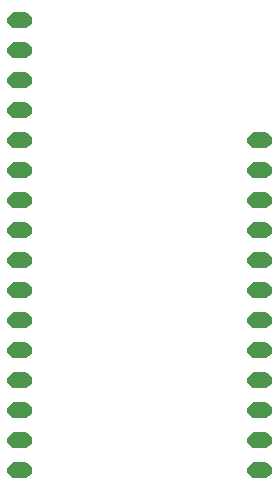
<source format=gbr>
G04 #@! TF.GenerationSoftware,KiCad,Pcbnew,(5.1.5-0-10_14)*
G04 #@! TF.CreationDate,2021-06-02T09:42:11-04:00*
G04 #@! TF.ProjectId,ESLO_RB2_DataDump,45534c4f-5f52-4423-925f-446174614475,rev?*
G04 #@! TF.SameCoordinates,Original*
G04 #@! TF.FileFunction,Soldermask,Bot*
G04 #@! TF.FilePolarity,Negative*
%FSLAX46Y46*%
G04 Gerber Fmt 4.6, Leading zero omitted, Abs format (unit mm)*
G04 Created by KiCad (PCBNEW (5.1.5-0-10_14)) date 2021-06-02 09:42:11*
%MOMM*%
%LPD*%
G04 APERTURE LIST*
%ADD10C,0.100000*%
G04 APERTURE END LIST*
D10*
G36*
X141183855Y-117632140D02*
G01*
X141247618Y-117638420D01*
X141338404Y-117665960D01*
X141370336Y-117675646D01*
X141483425Y-117736094D01*
X141582554Y-117817446D01*
X141663906Y-117916575D01*
X141724354Y-118029664D01*
X141724355Y-118029668D01*
X141761580Y-118152382D01*
X141774149Y-118280000D01*
X141761580Y-118407618D01*
X141734040Y-118498404D01*
X141724354Y-118530336D01*
X141663906Y-118643425D01*
X141582554Y-118742554D01*
X141483425Y-118823906D01*
X141370336Y-118884354D01*
X141338404Y-118894040D01*
X141247618Y-118921580D01*
X141183855Y-118927860D01*
X141151974Y-118931000D01*
X140288026Y-118931000D01*
X140256145Y-118927860D01*
X140192382Y-118921580D01*
X140101596Y-118894040D01*
X140069664Y-118884354D01*
X139956575Y-118823906D01*
X139857446Y-118742554D01*
X139776094Y-118643425D01*
X139715646Y-118530336D01*
X139705960Y-118498404D01*
X139678420Y-118407618D01*
X139665851Y-118280000D01*
X139678420Y-118152382D01*
X139715645Y-118029668D01*
X139715646Y-118029664D01*
X139776094Y-117916575D01*
X139857446Y-117817446D01*
X139956575Y-117736094D01*
X140069664Y-117675646D01*
X140101596Y-117665960D01*
X140192382Y-117638420D01*
X140256145Y-117632140D01*
X140288026Y-117629000D01*
X141151974Y-117629000D01*
X141183855Y-117632140D01*
G37*
G36*
X120863855Y-117632140D02*
G01*
X120927618Y-117638420D01*
X121018404Y-117665960D01*
X121050336Y-117675646D01*
X121163425Y-117736094D01*
X121262554Y-117817446D01*
X121343906Y-117916575D01*
X121404354Y-118029664D01*
X121404355Y-118029668D01*
X121441580Y-118152382D01*
X121454149Y-118280000D01*
X121441580Y-118407618D01*
X121414040Y-118498404D01*
X121404354Y-118530336D01*
X121343906Y-118643425D01*
X121262554Y-118742554D01*
X121163425Y-118823906D01*
X121050336Y-118884354D01*
X121018404Y-118894040D01*
X120927618Y-118921580D01*
X120863855Y-118927860D01*
X120831974Y-118931000D01*
X119968026Y-118931000D01*
X119936145Y-118927860D01*
X119872382Y-118921580D01*
X119781596Y-118894040D01*
X119749664Y-118884354D01*
X119636575Y-118823906D01*
X119537446Y-118742554D01*
X119456094Y-118643425D01*
X119395646Y-118530336D01*
X119385960Y-118498404D01*
X119358420Y-118407618D01*
X119345851Y-118280000D01*
X119358420Y-118152382D01*
X119395645Y-118029668D01*
X119395646Y-118029664D01*
X119456094Y-117916575D01*
X119537446Y-117817446D01*
X119636575Y-117736094D01*
X119749664Y-117675646D01*
X119781596Y-117665960D01*
X119872382Y-117638420D01*
X119936145Y-117632140D01*
X119968026Y-117629000D01*
X120831974Y-117629000D01*
X120863855Y-117632140D01*
G37*
G36*
X120863855Y-115092140D02*
G01*
X120927618Y-115098420D01*
X121018404Y-115125960D01*
X121050336Y-115135646D01*
X121163425Y-115196094D01*
X121262554Y-115277446D01*
X121343906Y-115376575D01*
X121404354Y-115489664D01*
X121404355Y-115489668D01*
X121441580Y-115612382D01*
X121454149Y-115740000D01*
X121441580Y-115867618D01*
X121414040Y-115958404D01*
X121404354Y-115990336D01*
X121343906Y-116103425D01*
X121262554Y-116202554D01*
X121163425Y-116283906D01*
X121050336Y-116344354D01*
X121018404Y-116354040D01*
X120927618Y-116381580D01*
X120863855Y-116387860D01*
X120831974Y-116391000D01*
X119968026Y-116391000D01*
X119936145Y-116387860D01*
X119872382Y-116381580D01*
X119781596Y-116354040D01*
X119749664Y-116344354D01*
X119636575Y-116283906D01*
X119537446Y-116202554D01*
X119456094Y-116103425D01*
X119395646Y-115990336D01*
X119385960Y-115958404D01*
X119358420Y-115867618D01*
X119345851Y-115740000D01*
X119358420Y-115612382D01*
X119395645Y-115489668D01*
X119395646Y-115489664D01*
X119456094Y-115376575D01*
X119537446Y-115277446D01*
X119636575Y-115196094D01*
X119749664Y-115135646D01*
X119781596Y-115125960D01*
X119872382Y-115098420D01*
X119936145Y-115092140D01*
X119968026Y-115089000D01*
X120831974Y-115089000D01*
X120863855Y-115092140D01*
G37*
G36*
X141183855Y-115092140D02*
G01*
X141247618Y-115098420D01*
X141338404Y-115125960D01*
X141370336Y-115135646D01*
X141483425Y-115196094D01*
X141582554Y-115277446D01*
X141663906Y-115376575D01*
X141724354Y-115489664D01*
X141724355Y-115489668D01*
X141761580Y-115612382D01*
X141774149Y-115740000D01*
X141761580Y-115867618D01*
X141734040Y-115958404D01*
X141724354Y-115990336D01*
X141663906Y-116103425D01*
X141582554Y-116202554D01*
X141483425Y-116283906D01*
X141370336Y-116344354D01*
X141338404Y-116354040D01*
X141247618Y-116381580D01*
X141183855Y-116387860D01*
X141151974Y-116391000D01*
X140288026Y-116391000D01*
X140256145Y-116387860D01*
X140192382Y-116381580D01*
X140101596Y-116354040D01*
X140069664Y-116344354D01*
X139956575Y-116283906D01*
X139857446Y-116202554D01*
X139776094Y-116103425D01*
X139715646Y-115990336D01*
X139705960Y-115958404D01*
X139678420Y-115867618D01*
X139665851Y-115740000D01*
X139678420Y-115612382D01*
X139715645Y-115489668D01*
X139715646Y-115489664D01*
X139776094Y-115376575D01*
X139857446Y-115277446D01*
X139956575Y-115196094D01*
X140069664Y-115135646D01*
X140101596Y-115125960D01*
X140192382Y-115098420D01*
X140256145Y-115092140D01*
X140288026Y-115089000D01*
X141151974Y-115089000D01*
X141183855Y-115092140D01*
G37*
G36*
X141183855Y-112552140D02*
G01*
X141247618Y-112558420D01*
X141338404Y-112585960D01*
X141370336Y-112595646D01*
X141483425Y-112656094D01*
X141582554Y-112737446D01*
X141663906Y-112836575D01*
X141724354Y-112949664D01*
X141724355Y-112949668D01*
X141761580Y-113072382D01*
X141774149Y-113200000D01*
X141761580Y-113327618D01*
X141734040Y-113418404D01*
X141724354Y-113450336D01*
X141663906Y-113563425D01*
X141582554Y-113662554D01*
X141483425Y-113743906D01*
X141370336Y-113804354D01*
X141338404Y-113814040D01*
X141247618Y-113841580D01*
X141183855Y-113847860D01*
X141151974Y-113851000D01*
X140288026Y-113851000D01*
X140256145Y-113847860D01*
X140192382Y-113841580D01*
X140101596Y-113814040D01*
X140069664Y-113804354D01*
X139956575Y-113743906D01*
X139857446Y-113662554D01*
X139776094Y-113563425D01*
X139715646Y-113450336D01*
X139705960Y-113418404D01*
X139678420Y-113327618D01*
X139665851Y-113200000D01*
X139678420Y-113072382D01*
X139715645Y-112949668D01*
X139715646Y-112949664D01*
X139776094Y-112836575D01*
X139857446Y-112737446D01*
X139956575Y-112656094D01*
X140069664Y-112595646D01*
X140101596Y-112585960D01*
X140192382Y-112558420D01*
X140256145Y-112552140D01*
X140288026Y-112549000D01*
X141151974Y-112549000D01*
X141183855Y-112552140D01*
G37*
G36*
X120863855Y-112552140D02*
G01*
X120927618Y-112558420D01*
X121018404Y-112585960D01*
X121050336Y-112595646D01*
X121163425Y-112656094D01*
X121262554Y-112737446D01*
X121343906Y-112836575D01*
X121404354Y-112949664D01*
X121404355Y-112949668D01*
X121441580Y-113072382D01*
X121454149Y-113200000D01*
X121441580Y-113327618D01*
X121414040Y-113418404D01*
X121404354Y-113450336D01*
X121343906Y-113563425D01*
X121262554Y-113662554D01*
X121163425Y-113743906D01*
X121050336Y-113804354D01*
X121018404Y-113814040D01*
X120927618Y-113841580D01*
X120863855Y-113847860D01*
X120831974Y-113851000D01*
X119968026Y-113851000D01*
X119936145Y-113847860D01*
X119872382Y-113841580D01*
X119781596Y-113814040D01*
X119749664Y-113804354D01*
X119636575Y-113743906D01*
X119537446Y-113662554D01*
X119456094Y-113563425D01*
X119395646Y-113450336D01*
X119385960Y-113418404D01*
X119358420Y-113327618D01*
X119345851Y-113200000D01*
X119358420Y-113072382D01*
X119395645Y-112949668D01*
X119395646Y-112949664D01*
X119456094Y-112836575D01*
X119537446Y-112737446D01*
X119636575Y-112656094D01*
X119749664Y-112595646D01*
X119781596Y-112585960D01*
X119872382Y-112558420D01*
X119936145Y-112552140D01*
X119968026Y-112549000D01*
X120831974Y-112549000D01*
X120863855Y-112552140D01*
G37*
G36*
X141183855Y-110012140D02*
G01*
X141247618Y-110018420D01*
X141338404Y-110045960D01*
X141370336Y-110055646D01*
X141483425Y-110116094D01*
X141582554Y-110197446D01*
X141663906Y-110296575D01*
X141724354Y-110409664D01*
X141724355Y-110409668D01*
X141761580Y-110532382D01*
X141774149Y-110660000D01*
X141761580Y-110787618D01*
X141734040Y-110878404D01*
X141724354Y-110910336D01*
X141663906Y-111023425D01*
X141582554Y-111122554D01*
X141483425Y-111203906D01*
X141370336Y-111264354D01*
X141338404Y-111274040D01*
X141247618Y-111301580D01*
X141183855Y-111307860D01*
X141151974Y-111311000D01*
X140288026Y-111311000D01*
X140256145Y-111307860D01*
X140192382Y-111301580D01*
X140101596Y-111274040D01*
X140069664Y-111264354D01*
X139956575Y-111203906D01*
X139857446Y-111122554D01*
X139776094Y-111023425D01*
X139715646Y-110910336D01*
X139705960Y-110878404D01*
X139678420Y-110787618D01*
X139665851Y-110660000D01*
X139678420Y-110532382D01*
X139715645Y-110409668D01*
X139715646Y-110409664D01*
X139776094Y-110296575D01*
X139857446Y-110197446D01*
X139956575Y-110116094D01*
X140069664Y-110055646D01*
X140101596Y-110045960D01*
X140192382Y-110018420D01*
X140256145Y-110012140D01*
X140288026Y-110009000D01*
X141151974Y-110009000D01*
X141183855Y-110012140D01*
G37*
G36*
X120863855Y-110012140D02*
G01*
X120927618Y-110018420D01*
X121018404Y-110045960D01*
X121050336Y-110055646D01*
X121163425Y-110116094D01*
X121262554Y-110197446D01*
X121343906Y-110296575D01*
X121404354Y-110409664D01*
X121404355Y-110409668D01*
X121441580Y-110532382D01*
X121454149Y-110660000D01*
X121441580Y-110787618D01*
X121414040Y-110878404D01*
X121404354Y-110910336D01*
X121343906Y-111023425D01*
X121262554Y-111122554D01*
X121163425Y-111203906D01*
X121050336Y-111264354D01*
X121018404Y-111274040D01*
X120927618Y-111301580D01*
X120863855Y-111307860D01*
X120831974Y-111311000D01*
X119968026Y-111311000D01*
X119936145Y-111307860D01*
X119872382Y-111301580D01*
X119781596Y-111274040D01*
X119749664Y-111264354D01*
X119636575Y-111203906D01*
X119537446Y-111122554D01*
X119456094Y-111023425D01*
X119395646Y-110910336D01*
X119385960Y-110878404D01*
X119358420Y-110787618D01*
X119345851Y-110660000D01*
X119358420Y-110532382D01*
X119395645Y-110409668D01*
X119395646Y-110409664D01*
X119456094Y-110296575D01*
X119537446Y-110197446D01*
X119636575Y-110116094D01*
X119749664Y-110055646D01*
X119781596Y-110045960D01*
X119872382Y-110018420D01*
X119936145Y-110012140D01*
X119968026Y-110009000D01*
X120831974Y-110009000D01*
X120863855Y-110012140D01*
G37*
G36*
X120863855Y-107472140D02*
G01*
X120927618Y-107478420D01*
X121018404Y-107505960D01*
X121050336Y-107515646D01*
X121163425Y-107576094D01*
X121262554Y-107657446D01*
X121343906Y-107756575D01*
X121404354Y-107869664D01*
X121404355Y-107869668D01*
X121441580Y-107992382D01*
X121454149Y-108120000D01*
X121441580Y-108247618D01*
X121414040Y-108338404D01*
X121404354Y-108370336D01*
X121343906Y-108483425D01*
X121262554Y-108582554D01*
X121163425Y-108663906D01*
X121050336Y-108724354D01*
X121018404Y-108734040D01*
X120927618Y-108761580D01*
X120863855Y-108767860D01*
X120831974Y-108771000D01*
X119968026Y-108771000D01*
X119936145Y-108767860D01*
X119872382Y-108761580D01*
X119781596Y-108734040D01*
X119749664Y-108724354D01*
X119636575Y-108663906D01*
X119537446Y-108582554D01*
X119456094Y-108483425D01*
X119395646Y-108370336D01*
X119385960Y-108338404D01*
X119358420Y-108247618D01*
X119345851Y-108120000D01*
X119358420Y-107992382D01*
X119395645Y-107869668D01*
X119395646Y-107869664D01*
X119456094Y-107756575D01*
X119537446Y-107657446D01*
X119636575Y-107576094D01*
X119749664Y-107515646D01*
X119781596Y-107505960D01*
X119872382Y-107478420D01*
X119936145Y-107472140D01*
X119968026Y-107469000D01*
X120831974Y-107469000D01*
X120863855Y-107472140D01*
G37*
G36*
X141183855Y-107472140D02*
G01*
X141247618Y-107478420D01*
X141338404Y-107505960D01*
X141370336Y-107515646D01*
X141483425Y-107576094D01*
X141582554Y-107657446D01*
X141663906Y-107756575D01*
X141724354Y-107869664D01*
X141724355Y-107869668D01*
X141761580Y-107992382D01*
X141774149Y-108120000D01*
X141761580Y-108247618D01*
X141734040Y-108338404D01*
X141724354Y-108370336D01*
X141663906Y-108483425D01*
X141582554Y-108582554D01*
X141483425Y-108663906D01*
X141370336Y-108724354D01*
X141338404Y-108734040D01*
X141247618Y-108761580D01*
X141183855Y-108767860D01*
X141151974Y-108771000D01*
X140288026Y-108771000D01*
X140256145Y-108767860D01*
X140192382Y-108761580D01*
X140101596Y-108734040D01*
X140069664Y-108724354D01*
X139956575Y-108663906D01*
X139857446Y-108582554D01*
X139776094Y-108483425D01*
X139715646Y-108370336D01*
X139705960Y-108338404D01*
X139678420Y-108247618D01*
X139665851Y-108120000D01*
X139678420Y-107992382D01*
X139715645Y-107869668D01*
X139715646Y-107869664D01*
X139776094Y-107756575D01*
X139857446Y-107657446D01*
X139956575Y-107576094D01*
X140069664Y-107515646D01*
X140101596Y-107505960D01*
X140192382Y-107478420D01*
X140256145Y-107472140D01*
X140288026Y-107469000D01*
X141151974Y-107469000D01*
X141183855Y-107472140D01*
G37*
G36*
X141183855Y-104932140D02*
G01*
X141247618Y-104938420D01*
X141338404Y-104965960D01*
X141370336Y-104975646D01*
X141483425Y-105036094D01*
X141582554Y-105117446D01*
X141663906Y-105216575D01*
X141724354Y-105329664D01*
X141724355Y-105329668D01*
X141761580Y-105452382D01*
X141774149Y-105580000D01*
X141761580Y-105707618D01*
X141734040Y-105798404D01*
X141724354Y-105830336D01*
X141663906Y-105943425D01*
X141582554Y-106042554D01*
X141483425Y-106123906D01*
X141370336Y-106184354D01*
X141338404Y-106194040D01*
X141247618Y-106221580D01*
X141183855Y-106227860D01*
X141151974Y-106231000D01*
X140288026Y-106231000D01*
X140256145Y-106227860D01*
X140192382Y-106221580D01*
X140101596Y-106194040D01*
X140069664Y-106184354D01*
X139956575Y-106123906D01*
X139857446Y-106042554D01*
X139776094Y-105943425D01*
X139715646Y-105830336D01*
X139705960Y-105798404D01*
X139678420Y-105707618D01*
X139665851Y-105580000D01*
X139678420Y-105452382D01*
X139715645Y-105329668D01*
X139715646Y-105329664D01*
X139776094Y-105216575D01*
X139857446Y-105117446D01*
X139956575Y-105036094D01*
X140069664Y-104975646D01*
X140101596Y-104965960D01*
X140192382Y-104938420D01*
X140256145Y-104932140D01*
X140288026Y-104929000D01*
X141151974Y-104929000D01*
X141183855Y-104932140D01*
G37*
G36*
X120863855Y-104932140D02*
G01*
X120927618Y-104938420D01*
X121018404Y-104965960D01*
X121050336Y-104975646D01*
X121163425Y-105036094D01*
X121262554Y-105117446D01*
X121343906Y-105216575D01*
X121404354Y-105329664D01*
X121404355Y-105329668D01*
X121441580Y-105452382D01*
X121454149Y-105580000D01*
X121441580Y-105707618D01*
X121414040Y-105798404D01*
X121404354Y-105830336D01*
X121343906Y-105943425D01*
X121262554Y-106042554D01*
X121163425Y-106123906D01*
X121050336Y-106184354D01*
X121018404Y-106194040D01*
X120927618Y-106221580D01*
X120863855Y-106227860D01*
X120831974Y-106231000D01*
X119968026Y-106231000D01*
X119936145Y-106227860D01*
X119872382Y-106221580D01*
X119781596Y-106194040D01*
X119749664Y-106184354D01*
X119636575Y-106123906D01*
X119537446Y-106042554D01*
X119456094Y-105943425D01*
X119395646Y-105830336D01*
X119385960Y-105798404D01*
X119358420Y-105707618D01*
X119345851Y-105580000D01*
X119358420Y-105452382D01*
X119395645Y-105329668D01*
X119395646Y-105329664D01*
X119456094Y-105216575D01*
X119537446Y-105117446D01*
X119636575Y-105036094D01*
X119749664Y-104975646D01*
X119781596Y-104965960D01*
X119872382Y-104938420D01*
X119936145Y-104932140D01*
X119968026Y-104929000D01*
X120831974Y-104929000D01*
X120863855Y-104932140D01*
G37*
G36*
X141183855Y-102392140D02*
G01*
X141247618Y-102398420D01*
X141338404Y-102425960D01*
X141370336Y-102435646D01*
X141483425Y-102496094D01*
X141582554Y-102577446D01*
X141663906Y-102676575D01*
X141724354Y-102789664D01*
X141724355Y-102789668D01*
X141761580Y-102912382D01*
X141774149Y-103040000D01*
X141761580Y-103167618D01*
X141734040Y-103258404D01*
X141724354Y-103290336D01*
X141663906Y-103403425D01*
X141582554Y-103502554D01*
X141483425Y-103583906D01*
X141370336Y-103644354D01*
X141338404Y-103654040D01*
X141247618Y-103681580D01*
X141183855Y-103687860D01*
X141151974Y-103691000D01*
X140288026Y-103691000D01*
X140256145Y-103687860D01*
X140192382Y-103681580D01*
X140101596Y-103654040D01*
X140069664Y-103644354D01*
X139956575Y-103583906D01*
X139857446Y-103502554D01*
X139776094Y-103403425D01*
X139715646Y-103290336D01*
X139705960Y-103258404D01*
X139678420Y-103167618D01*
X139665851Y-103040000D01*
X139678420Y-102912382D01*
X139715645Y-102789668D01*
X139715646Y-102789664D01*
X139776094Y-102676575D01*
X139857446Y-102577446D01*
X139956575Y-102496094D01*
X140069664Y-102435646D01*
X140101596Y-102425960D01*
X140192382Y-102398420D01*
X140256145Y-102392140D01*
X140288026Y-102389000D01*
X141151974Y-102389000D01*
X141183855Y-102392140D01*
G37*
G36*
X120863855Y-102392140D02*
G01*
X120927618Y-102398420D01*
X121018404Y-102425960D01*
X121050336Y-102435646D01*
X121163425Y-102496094D01*
X121262554Y-102577446D01*
X121343906Y-102676575D01*
X121404354Y-102789664D01*
X121404355Y-102789668D01*
X121441580Y-102912382D01*
X121454149Y-103040000D01*
X121441580Y-103167618D01*
X121414040Y-103258404D01*
X121404354Y-103290336D01*
X121343906Y-103403425D01*
X121262554Y-103502554D01*
X121163425Y-103583906D01*
X121050336Y-103644354D01*
X121018404Y-103654040D01*
X120927618Y-103681580D01*
X120863855Y-103687860D01*
X120831974Y-103691000D01*
X119968026Y-103691000D01*
X119936145Y-103687860D01*
X119872382Y-103681580D01*
X119781596Y-103654040D01*
X119749664Y-103644354D01*
X119636575Y-103583906D01*
X119537446Y-103502554D01*
X119456094Y-103403425D01*
X119395646Y-103290336D01*
X119385960Y-103258404D01*
X119358420Y-103167618D01*
X119345851Y-103040000D01*
X119358420Y-102912382D01*
X119395645Y-102789668D01*
X119395646Y-102789664D01*
X119456094Y-102676575D01*
X119537446Y-102577446D01*
X119636575Y-102496094D01*
X119749664Y-102435646D01*
X119781596Y-102425960D01*
X119872382Y-102398420D01*
X119936145Y-102392140D01*
X119968026Y-102389000D01*
X120831974Y-102389000D01*
X120863855Y-102392140D01*
G37*
G36*
X141183855Y-99852140D02*
G01*
X141247618Y-99858420D01*
X141338404Y-99885960D01*
X141370336Y-99895646D01*
X141483425Y-99956094D01*
X141582554Y-100037446D01*
X141663906Y-100136575D01*
X141724354Y-100249664D01*
X141724355Y-100249668D01*
X141761580Y-100372382D01*
X141774149Y-100500000D01*
X141761580Y-100627618D01*
X141734040Y-100718404D01*
X141724354Y-100750336D01*
X141663906Y-100863425D01*
X141582554Y-100962554D01*
X141483425Y-101043906D01*
X141370336Y-101104354D01*
X141338404Y-101114040D01*
X141247618Y-101141580D01*
X141183855Y-101147860D01*
X141151974Y-101151000D01*
X140288026Y-101151000D01*
X140256145Y-101147860D01*
X140192382Y-101141580D01*
X140101596Y-101114040D01*
X140069664Y-101104354D01*
X139956575Y-101043906D01*
X139857446Y-100962554D01*
X139776094Y-100863425D01*
X139715646Y-100750336D01*
X139705960Y-100718404D01*
X139678420Y-100627618D01*
X139665851Y-100500000D01*
X139678420Y-100372382D01*
X139715645Y-100249668D01*
X139715646Y-100249664D01*
X139776094Y-100136575D01*
X139857446Y-100037446D01*
X139956575Y-99956094D01*
X140069664Y-99895646D01*
X140101596Y-99885960D01*
X140192382Y-99858420D01*
X140256145Y-99852140D01*
X140288026Y-99849000D01*
X141151974Y-99849000D01*
X141183855Y-99852140D01*
G37*
G36*
X120863855Y-99852140D02*
G01*
X120927618Y-99858420D01*
X121018404Y-99885960D01*
X121050336Y-99895646D01*
X121163425Y-99956094D01*
X121262554Y-100037446D01*
X121343906Y-100136575D01*
X121404354Y-100249664D01*
X121404355Y-100249668D01*
X121441580Y-100372382D01*
X121454149Y-100500000D01*
X121441580Y-100627618D01*
X121414040Y-100718404D01*
X121404354Y-100750336D01*
X121343906Y-100863425D01*
X121262554Y-100962554D01*
X121163425Y-101043906D01*
X121050336Y-101104354D01*
X121018404Y-101114040D01*
X120927618Y-101141580D01*
X120863855Y-101147860D01*
X120831974Y-101151000D01*
X119968026Y-101151000D01*
X119936145Y-101147860D01*
X119872382Y-101141580D01*
X119781596Y-101114040D01*
X119749664Y-101104354D01*
X119636575Y-101043906D01*
X119537446Y-100962554D01*
X119456094Y-100863425D01*
X119395646Y-100750336D01*
X119385960Y-100718404D01*
X119358420Y-100627618D01*
X119345851Y-100500000D01*
X119358420Y-100372382D01*
X119395645Y-100249668D01*
X119395646Y-100249664D01*
X119456094Y-100136575D01*
X119537446Y-100037446D01*
X119636575Y-99956094D01*
X119749664Y-99895646D01*
X119781596Y-99885960D01*
X119872382Y-99858420D01*
X119936145Y-99852140D01*
X119968026Y-99849000D01*
X120831974Y-99849000D01*
X120863855Y-99852140D01*
G37*
G36*
X141183855Y-97312140D02*
G01*
X141247618Y-97318420D01*
X141338404Y-97345960D01*
X141370336Y-97355646D01*
X141483425Y-97416094D01*
X141582554Y-97497446D01*
X141663906Y-97596575D01*
X141724354Y-97709664D01*
X141724355Y-97709668D01*
X141761580Y-97832382D01*
X141774149Y-97960000D01*
X141761580Y-98087618D01*
X141734040Y-98178404D01*
X141724354Y-98210336D01*
X141663906Y-98323425D01*
X141582554Y-98422554D01*
X141483425Y-98503906D01*
X141370336Y-98564354D01*
X141338404Y-98574040D01*
X141247618Y-98601580D01*
X141183855Y-98607860D01*
X141151974Y-98611000D01*
X140288026Y-98611000D01*
X140256145Y-98607860D01*
X140192382Y-98601580D01*
X140101596Y-98574040D01*
X140069664Y-98564354D01*
X139956575Y-98503906D01*
X139857446Y-98422554D01*
X139776094Y-98323425D01*
X139715646Y-98210336D01*
X139705960Y-98178404D01*
X139678420Y-98087618D01*
X139665851Y-97960000D01*
X139678420Y-97832382D01*
X139715645Y-97709668D01*
X139715646Y-97709664D01*
X139776094Y-97596575D01*
X139857446Y-97497446D01*
X139956575Y-97416094D01*
X140069664Y-97355646D01*
X140101596Y-97345960D01*
X140192382Y-97318420D01*
X140256145Y-97312140D01*
X140288026Y-97309000D01*
X141151974Y-97309000D01*
X141183855Y-97312140D01*
G37*
G36*
X120863855Y-97312140D02*
G01*
X120927618Y-97318420D01*
X121018404Y-97345960D01*
X121050336Y-97355646D01*
X121163425Y-97416094D01*
X121262554Y-97497446D01*
X121343906Y-97596575D01*
X121404354Y-97709664D01*
X121404355Y-97709668D01*
X121441580Y-97832382D01*
X121454149Y-97960000D01*
X121441580Y-98087618D01*
X121414040Y-98178404D01*
X121404354Y-98210336D01*
X121343906Y-98323425D01*
X121262554Y-98422554D01*
X121163425Y-98503906D01*
X121050336Y-98564354D01*
X121018404Y-98574040D01*
X120927618Y-98601580D01*
X120863855Y-98607860D01*
X120831974Y-98611000D01*
X119968026Y-98611000D01*
X119936145Y-98607860D01*
X119872382Y-98601580D01*
X119781596Y-98574040D01*
X119749664Y-98564354D01*
X119636575Y-98503906D01*
X119537446Y-98422554D01*
X119456094Y-98323425D01*
X119395646Y-98210336D01*
X119385960Y-98178404D01*
X119358420Y-98087618D01*
X119345851Y-97960000D01*
X119358420Y-97832382D01*
X119395645Y-97709668D01*
X119395646Y-97709664D01*
X119456094Y-97596575D01*
X119537446Y-97497446D01*
X119636575Y-97416094D01*
X119749664Y-97355646D01*
X119781596Y-97345960D01*
X119872382Y-97318420D01*
X119936145Y-97312140D01*
X119968026Y-97309000D01*
X120831974Y-97309000D01*
X120863855Y-97312140D01*
G37*
G36*
X120863855Y-94772140D02*
G01*
X120927618Y-94778420D01*
X121018404Y-94805960D01*
X121050336Y-94815646D01*
X121163425Y-94876094D01*
X121262554Y-94957446D01*
X121343906Y-95056575D01*
X121404354Y-95169664D01*
X121404355Y-95169668D01*
X121441580Y-95292382D01*
X121454149Y-95420000D01*
X121441580Y-95547618D01*
X121414040Y-95638404D01*
X121404354Y-95670336D01*
X121343906Y-95783425D01*
X121262554Y-95882554D01*
X121163425Y-95963906D01*
X121050336Y-96024354D01*
X121018404Y-96034040D01*
X120927618Y-96061580D01*
X120863855Y-96067860D01*
X120831974Y-96071000D01*
X119968026Y-96071000D01*
X119936145Y-96067860D01*
X119872382Y-96061580D01*
X119781596Y-96034040D01*
X119749664Y-96024354D01*
X119636575Y-95963906D01*
X119537446Y-95882554D01*
X119456094Y-95783425D01*
X119395646Y-95670336D01*
X119385960Y-95638404D01*
X119358420Y-95547618D01*
X119345851Y-95420000D01*
X119358420Y-95292382D01*
X119395645Y-95169668D01*
X119395646Y-95169664D01*
X119456094Y-95056575D01*
X119537446Y-94957446D01*
X119636575Y-94876094D01*
X119749664Y-94815646D01*
X119781596Y-94805960D01*
X119872382Y-94778420D01*
X119936145Y-94772140D01*
X119968026Y-94769000D01*
X120831974Y-94769000D01*
X120863855Y-94772140D01*
G37*
G36*
X141183855Y-94772140D02*
G01*
X141247618Y-94778420D01*
X141338404Y-94805960D01*
X141370336Y-94815646D01*
X141483425Y-94876094D01*
X141582554Y-94957446D01*
X141663906Y-95056575D01*
X141724354Y-95169664D01*
X141724355Y-95169668D01*
X141761580Y-95292382D01*
X141774149Y-95420000D01*
X141761580Y-95547618D01*
X141734040Y-95638404D01*
X141724354Y-95670336D01*
X141663906Y-95783425D01*
X141582554Y-95882554D01*
X141483425Y-95963906D01*
X141370336Y-96024354D01*
X141338404Y-96034040D01*
X141247618Y-96061580D01*
X141183855Y-96067860D01*
X141151974Y-96071000D01*
X140288026Y-96071000D01*
X140256145Y-96067860D01*
X140192382Y-96061580D01*
X140101596Y-96034040D01*
X140069664Y-96024354D01*
X139956575Y-95963906D01*
X139857446Y-95882554D01*
X139776094Y-95783425D01*
X139715646Y-95670336D01*
X139705960Y-95638404D01*
X139678420Y-95547618D01*
X139665851Y-95420000D01*
X139678420Y-95292382D01*
X139715645Y-95169668D01*
X139715646Y-95169664D01*
X139776094Y-95056575D01*
X139857446Y-94957446D01*
X139956575Y-94876094D01*
X140069664Y-94815646D01*
X140101596Y-94805960D01*
X140192382Y-94778420D01*
X140256145Y-94772140D01*
X140288026Y-94769000D01*
X141151974Y-94769000D01*
X141183855Y-94772140D01*
G37*
G36*
X120863855Y-92232140D02*
G01*
X120927618Y-92238420D01*
X121018404Y-92265960D01*
X121050336Y-92275646D01*
X121163425Y-92336094D01*
X121262554Y-92417446D01*
X121343906Y-92516575D01*
X121404354Y-92629664D01*
X121404355Y-92629668D01*
X121441580Y-92752382D01*
X121454149Y-92880000D01*
X121441580Y-93007618D01*
X121414040Y-93098404D01*
X121404354Y-93130336D01*
X121343906Y-93243425D01*
X121262554Y-93342554D01*
X121163425Y-93423906D01*
X121050336Y-93484354D01*
X121018404Y-93494040D01*
X120927618Y-93521580D01*
X120863855Y-93527860D01*
X120831974Y-93531000D01*
X119968026Y-93531000D01*
X119936145Y-93527860D01*
X119872382Y-93521580D01*
X119781596Y-93494040D01*
X119749664Y-93484354D01*
X119636575Y-93423906D01*
X119537446Y-93342554D01*
X119456094Y-93243425D01*
X119395646Y-93130336D01*
X119385960Y-93098404D01*
X119358420Y-93007618D01*
X119345851Y-92880000D01*
X119358420Y-92752382D01*
X119395645Y-92629668D01*
X119395646Y-92629664D01*
X119456094Y-92516575D01*
X119537446Y-92417446D01*
X119636575Y-92336094D01*
X119749664Y-92275646D01*
X119781596Y-92265960D01*
X119872382Y-92238420D01*
X119936145Y-92232140D01*
X119968026Y-92229000D01*
X120831974Y-92229000D01*
X120863855Y-92232140D01*
G37*
G36*
X141183855Y-92232140D02*
G01*
X141247618Y-92238420D01*
X141338404Y-92265960D01*
X141370336Y-92275646D01*
X141483425Y-92336094D01*
X141582554Y-92417446D01*
X141663906Y-92516575D01*
X141724354Y-92629664D01*
X141724355Y-92629668D01*
X141761580Y-92752382D01*
X141774149Y-92880000D01*
X141761580Y-93007618D01*
X141734040Y-93098404D01*
X141724354Y-93130336D01*
X141663906Y-93243425D01*
X141582554Y-93342554D01*
X141483425Y-93423906D01*
X141370336Y-93484354D01*
X141338404Y-93494040D01*
X141247618Y-93521580D01*
X141183855Y-93527860D01*
X141151974Y-93531000D01*
X140288026Y-93531000D01*
X140256145Y-93527860D01*
X140192382Y-93521580D01*
X140101596Y-93494040D01*
X140069664Y-93484354D01*
X139956575Y-93423906D01*
X139857446Y-93342554D01*
X139776094Y-93243425D01*
X139715646Y-93130336D01*
X139705960Y-93098404D01*
X139678420Y-93007618D01*
X139665851Y-92880000D01*
X139678420Y-92752382D01*
X139715645Y-92629668D01*
X139715646Y-92629664D01*
X139776094Y-92516575D01*
X139857446Y-92417446D01*
X139956575Y-92336094D01*
X140069664Y-92275646D01*
X140101596Y-92265960D01*
X140192382Y-92238420D01*
X140256145Y-92232140D01*
X140288026Y-92229000D01*
X141151974Y-92229000D01*
X141183855Y-92232140D01*
G37*
G36*
X120863855Y-89692140D02*
G01*
X120927618Y-89698420D01*
X121018404Y-89725960D01*
X121050336Y-89735646D01*
X121163425Y-89796094D01*
X121262554Y-89877446D01*
X121343906Y-89976575D01*
X121404354Y-90089664D01*
X121404355Y-90089668D01*
X121441580Y-90212382D01*
X121454149Y-90340000D01*
X121441580Y-90467618D01*
X121414040Y-90558404D01*
X121404354Y-90590336D01*
X121343906Y-90703425D01*
X121262554Y-90802554D01*
X121163425Y-90883906D01*
X121050336Y-90944354D01*
X121018404Y-90954040D01*
X120927618Y-90981580D01*
X120863855Y-90987860D01*
X120831974Y-90991000D01*
X119968026Y-90991000D01*
X119936145Y-90987860D01*
X119872382Y-90981580D01*
X119781596Y-90954040D01*
X119749664Y-90944354D01*
X119636575Y-90883906D01*
X119537446Y-90802554D01*
X119456094Y-90703425D01*
X119395646Y-90590336D01*
X119385960Y-90558404D01*
X119358420Y-90467618D01*
X119345851Y-90340000D01*
X119358420Y-90212382D01*
X119395645Y-90089668D01*
X119395646Y-90089664D01*
X119456094Y-89976575D01*
X119537446Y-89877446D01*
X119636575Y-89796094D01*
X119749664Y-89735646D01*
X119781596Y-89725960D01*
X119872382Y-89698420D01*
X119936145Y-89692140D01*
X119968026Y-89689000D01*
X120831974Y-89689000D01*
X120863855Y-89692140D01*
G37*
G36*
X141183855Y-89692140D02*
G01*
X141247618Y-89698420D01*
X141338404Y-89725960D01*
X141370336Y-89735646D01*
X141483425Y-89796094D01*
X141582554Y-89877446D01*
X141663906Y-89976575D01*
X141724354Y-90089664D01*
X141724355Y-90089668D01*
X141761580Y-90212382D01*
X141774149Y-90340000D01*
X141761580Y-90467618D01*
X141734040Y-90558404D01*
X141724354Y-90590336D01*
X141663906Y-90703425D01*
X141582554Y-90802554D01*
X141483425Y-90883906D01*
X141370336Y-90944354D01*
X141338404Y-90954040D01*
X141247618Y-90981580D01*
X141183855Y-90987860D01*
X141151974Y-90991000D01*
X140288026Y-90991000D01*
X140256145Y-90987860D01*
X140192382Y-90981580D01*
X140101596Y-90954040D01*
X140069664Y-90944354D01*
X139956575Y-90883906D01*
X139857446Y-90802554D01*
X139776094Y-90703425D01*
X139715646Y-90590336D01*
X139705960Y-90558404D01*
X139678420Y-90467618D01*
X139665851Y-90340000D01*
X139678420Y-90212382D01*
X139715645Y-90089668D01*
X139715646Y-90089664D01*
X139776094Y-89976575D01*
X139857446Y-89877446D01*
X139956575Y-89796094D01*
X140069664Y-89735646D01*
X140101596Y-89725960D01*
X140192382Y-89698420D01*
X140256145Y-89692140D01*
X140288026Y-89689000D01*
X141151974Y-89689000D01*
X141183855Y-89692140D01*
G37*
G36*
X120863855Y-87152140D02*
G01*
X120927618Y-87158420D01*
X121018404Y-87185960D01*
X121050336Y-87195646D01*
X121163425Y-87256094D01*
X121262554Y-87337446D01*
X121343906Y-87436575D01*
X121404354Y-87549664D01*
X121404355Y-87549668D01*
X121441580Y-87672382D01*
X121454149Y-87800000D01*
X121441580Y-87927618D01*
X121414040Y-88018404D01*
X121404354Y-88050336D01*
X121343906Y-88163425D01*
X121262554Y-88262554D01*
X121163425Y-88343906D01*
X121050336Y-88404354D01*
X121018404Y-88414040D01*
X120927618Y-88441580D01*
X120863855Y-88447860D01*
X120831974Y-88451000D01*
X119968026Y-88451000D01*
X119936145Y-88447860D01*
X119872382Y-88441580D01*
X119781596Y-88414040D01*
X119749664Y-88404354D01*
X119636575Y-88343906D01*
X119537446Y-88262554D01*
X119456094Y-88163425D01*
X119395646Y-88050336D01*
X119385960Y-88018404D01*
X119358420Y-87927618D01*
X119345851Y-87800000D01*
X119358420Y-87672382D01*
X119395645Y-87549668D01*
X119395646Y-87549664D01*
X119456094Y-87436575D01*
X119537446Y-87337446D01*
X119636575Y-87256094D01*
X119749664Y-87195646D01*
X119781596Y-87185960D01*
X119872382Y-87158420D01*
X119936145Y-87152140D01*
X119968026Y-87149000D01*
X120831974Y-87149000D01*
X120863855Y-87152140D01*
G37*
G36*
X120863855Y-84612140D02*
G01*
X120927618Y-84618420D01*
X121018404Y-84645960D01*
X121050336Y-84655646D01*
X121163425Y-84716094D01*
X121262554Y-84797446D01*
X121343906Y-84896575D01*
X121404354Y-85009664D01*
X121404355Y-85009668D01*
X121441580Y-85132382D01*
X121454149Y-85260000D01*
X121441580Y-85387618D01*
X121414040Y-85478404D01*
X121404354Y-85510336D01*
X121343906Y-85623425D01*
X121262554Y-85722554D01*
X121163425Y-85803906D01*
X121050336Y-85864354D01*
X121018404Y-85874040D01*
X120927618Y-85901580D01*
X120863855Y-85907860D01*
X120831974Y-85911000D01*
X119968026Y-85911000D01*
X119936145Y-85907860D01*
X119872382Y-85901580D01*
X119781596Y-85874040D01*
X119749664Y-85864354D01*
X119636575Y-85803906D01*
X119537446Y-85722554D01*
X119456094Y-85623425D01*
X119395646Y-85510336D01*
X119385960Y-85478404D01*
X119358420Y-85387618D01*
X119345851Y-85260000D01*
X119358420Y-85132382D01*
X119395645Y-85009668D01*
X119395646Y-85009664D01*
X119456094Y-84896575D01*
X119537446Y-84797446D01*
X119636575Y-84716094D01*
X119749664Y-84655646D01*
X119781596Y-84645960D01*
X119872382Y-84618420D01*
X119936145Y-84612140D01*
X119968026Y-84609000D01*
X120831974Y-84609000D01*
X120863855Y-84612140D01*
G37*
G36*
X120863855Y-82072140D02*
G01*
X120927618Y-82078420D01*
X121018404Y-82105960D01*
X121050336Y-82115646D01*
X121163425Y-82176094D01*
X121262554Y-82257446D01*
X121343906Y-82356575D01*
X121404354Y-82469664D01*
X121404355Y-82469668D01*
X121441580Y-82592382D01*
X121454149Y-82720000D01*
X121441580Y-82847618D01*
X121414040Y-82938404D01*
X121404354Y-82970336D01*
X121343906Y-83083425D01*
X121262554Y-83182554D01*
X121163425Y-83263906D01*
X121050336Y-83324354D01*
X121018404Y-83334040D01*
X120927618Y-83361580D01*
X120863855Y-83367860D01*
X120831974Y-83371000D01*
X119968026Y-83371000D01*
X119936145Y-83367860D01*
X119872382Y-83361580D01*
X119781596Y-83334040D01*
X119749664Y-83324354D01*
X119636575Y-83263906D01*
X119537446Y-83182554D01*
X119456094Y-83083425D01*
X119395646Y-82970336D01*
X119385960Y-82938404D01*
X119358420Y-82847618D01*
X119345851Y-82720000D01*
X119358420Y-82592382D01*
X119395645Y-82469668D01*
X119395646Y-82469664D01*
X119456094Y-82356575D01*
X119537446Y-82257446D01*
X119636575Y-82176094D01*
X119749664Y-82115646D01*
X119781596Y-82105960D01*
X119872382Y-82078420D01*
X119936145Y-82072140D01*
X119968026Y-82069000D01*
X120831974Y-82069000D01*
X120863855Y-82072140D01*
G37*
G36*
X120863855Y-79532140D02*
G01*
X120927618Y-79538420D01*
X121018404Y-79565960D01*
X121050336Y-79575646D01*
X121163425Y-79636094D01*
X121262554Y-79717446D01*
X121343906Y-79816575D01*
X121404354Y-79929664D01*
X121404355Y-79929668D01*
X121441580Y-80052382D01*
X121454149Y-80180000D01*
X121441580Y-80307618D01*
X121414040Y-80398404D01*
X121404354Y-80430336D01*
X121343906Y-80543425D01*
X121262554Y-80642554D01*
X121163425Y-80723906D01*
X121050336Y-80784354D01*
X121018404Y-80794040D01*
X120927618Y-80821580D01*
X120863855Y-80827860D01*
X120831974Y-80831000D01*
X119968026Y-80831000D01*
X119936145Y-80827860D01*
X119872382Y-80821580D01*
X119781596Y-80794040D01*
X119749664Y-80784354D01*
X119636575Y-80723906D01*
X119537446Y-80642554D01*
X119456094Y-80543425D01*
X119395646Y-80430336D01*
X119385960Y-80398404D01*
X119358420Y-80307618D01*
X119345851Y-80180000D01*
X119358420Y-80052382D01*
X119395645Y-79929668D01*
X119395646Y-79929664D01*
X119456094Y-79816575D01*
X119537446Y-79717446D01*
X119636575Y-79636094D01*
X119749664Y-79575646D01*
X119781596Y-79565960D01*
X119872382Y-79538420D01*
X119936145Y-79532140D01*
X119968026Y-79529000D01*
X120831974Y-79529000D01*
X120863855Y-79532140D01*
G37*
M02*

</source>
